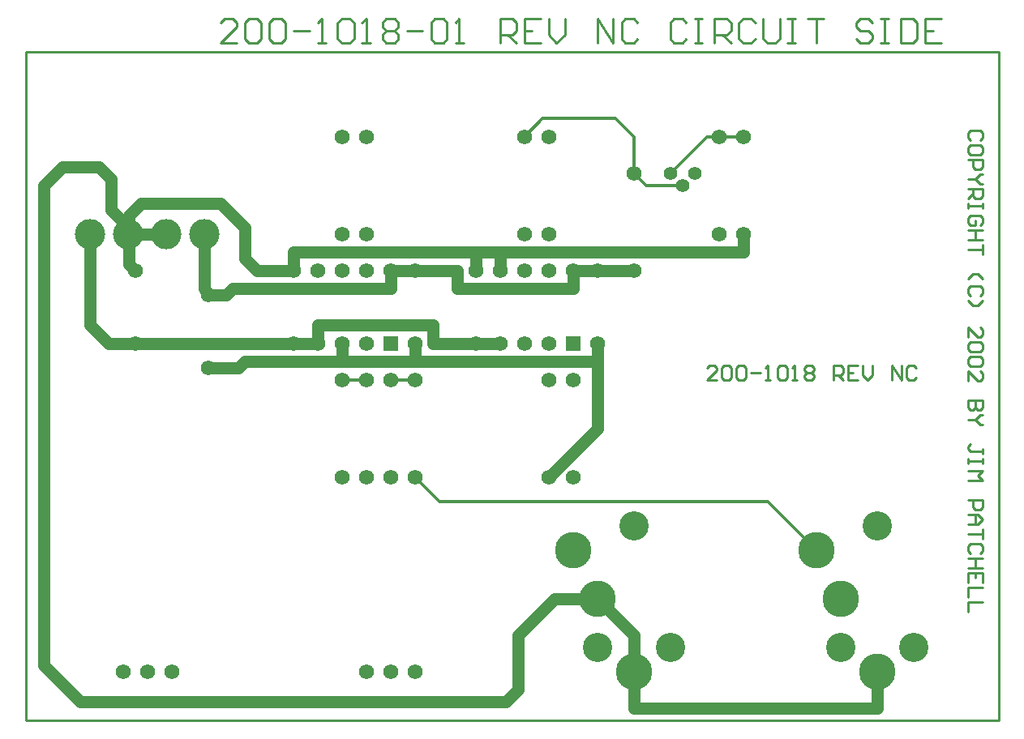
<source format=gbl>
*%FSLAX23Y23*%
*%MOIN*%
G01*
%ADD11C,0.006*%
%ADD12C,0.007*%
%ADD13C,0.008*%
%ADD14C,0.010*%
%ADD15C,0.012*%
%ADD16C,0.032*%
%ADD17C,0.036*%
%ADD18C,0.050*%
%ADD19C,0.052*%
%ADD20C,0.055*%
%ADD21C,0.056*%
%ADD22C,0.060*%
%ADD23C,0.061*%
%ADD24C,0.062*%
%ADD25C,0.068*%
%ADD26C,0.070*%
%ADD27C,0.080*%
%ADD28C,0.090*%
%ADD29C,0.095*%
%ADD30C,0.115*%
%ADD31C,0.120*%
%ADD32C,0.125*%
%ADD33C,0.126*%
%ADD34C,0.131*%
%ADD35C,0.150*%
%ADD36C,0.156*%
%ADD37R,0.062X0.062*%
%ADD38R,0.068X0.068*%
D14*
X9108Y9271D02*
X9041D01*
X9108Y9338D01*
Y9354D01*
X9091Y9371D01*
X9058D01*
X9041Y9354D01*
X9141D02*
X9158Y9371D01*
X9191D01*
X9208Y9354D01*
Y9288D01*
X9191Y9271D01*
X9158D01*
X9141Y9288D01*
Y9354D01*
X9241D02*
X9258Y9371D01*
X9291D01*
X9308Y9354D01*
Y9288D01*
X9291Y9271D01*
X9258D01*
X9241Y9288D01*
Y9354D01*
X9341Y9321D02*
X9408D01*
X9441Y9271D02*
X9475D01*
X9458D01*
Y9371D01*
X9457D01*
X9458D02*
X9441Y9354D01*
X9524D02*
X9541Y9371D01*
X9574D01*
X9591Y9354D01*
Y9288D01*
X9574Y9271D01*
X9541D01*
X9524Y9288D01*
Y9354D01*
X9624Y9271D02*
X9658D01*
X9641D01*
Y9371D01*
X9640D01*
X9641D02*
X9624Y9354D01*
X9708D02*
X9724Y9371D01*
X9758D01*
X9774Y9354D01*
Y9338D01*
X9758Y9321D01*
X9774Y9304D01*
Y9288D01*
X9758Y9271D01*
X9724D01*
X9708Y9288D01*
Y9304D01*
X9724Y9321D01*
X9708Y9338D01*
Y9354D01*
X9724Y9321D02*
X9758D01*
X9808D02*
X9874D01*
X9908Y9354D02*
X9924Y9371D01*
X9958D01*
X9974Y9354D01*
Y9288D01*
X9958Y9271D01*
X9924D01*
X9908Y9288D01*
Y9354D01*
X10008Y9271D02*
X10041D01*
X10024D01*
Y9371D01*
X10023D01*
X10024D02*
X10008Y9354D01*
X10191Y9371D02*
Y9271D01*
Y9371D02*
X10241D01*
X10258Y9354D01*
Y9321D01*
X10241Y9304D01*
X10191D01*
X10224D02*
X10258Y9271D01*
X10291Y9371D02*
X10358D01*
X10291D02*
Y9271D01*
X10358D01*
X10324Y9321D02*
X10291D01*
X10391Y9304D02*
Y9371D01*
Y9304D02*
X10424Y9271D01*
X10458Y9304D01*
Y9371D01*
X10591D02*
Y9271D01*
X10657D02*
X10591Y9371D01*
X10657D02*
Y9271D01*
X10757Y9354D02*
X10741Y9371D01*
X10707D01*
X10691Y9354D01*
Y9288D01*
X10707Y9271D01*
X10741D01*
X10757Y9288D01*
X10941Y9371D02*
X10957Y9354D01*
X10941Y9371D02*
X10907D01*
X10891Y9354D01*
Y9288D01*
X10907Y9271D01*
X10941D01*
X10957Y9288D01*
X10991Y9371D02*
X11024D01*
X11007D01*
Y9271D01*
X10991D01*
X11024D01*
X11074D02*
Y9371D01*
X11124D01*
X11141Y9354D01*
Y9321D01*
X11124Y9304D01*
X11074D01*
X11107D02*
X11141Y9271D01*
X11241Y9354D02*
X11224Y9371D01*
X11191D01*
X11174Y9354D01*
Y9288D01*
X11191Y9271D01*
X11224D01*
X11241Y9288D01*
X11274D02*
Y9371D01*
Y9288D02*
X11291Y9271D01*
X11324D01*
X11341Y9288D01*
Y9371D01*
X11374D02*
X11407D01*
X11391D01*
Y9271D01*
X11374D01*
X11407D01*
X11457Y9371D02*
X11524D01*
X11491D01*
Y9271D01*
X11707Y9371D02*
X11724Y9354D01*
X11707Y9371D02*
X11674D01*
X11657Y9354D01*
Y9338D01*
X11674Y9321D01*
X11707D01*
X11724Y9304D01*
Y9288D01*
X11707Y9271D01*
X11674D01*
X11657Y9288D01*
X11757Y9371D02*
X11790D01*
X11774D01*
Y9271D01*
X11757D01*
X11790D01*
X11840D02*
Y9371D01*
Y9271D02*
X11890D01*
X11907Y9288D01*
Y9354D01*
X11890Y9371D01*
X11840D01*
X11940D02*
X12007D01*
X11940D02*
Y9271D01*
X12007D01*
X11974Y9321D02*
X11940D01*
X11081Y7886D02*
X11041D01*
X11081Y7926D01*
Y7936D01*
X11071Y7946D01*
X11051D01*
X11041Y7936D01*
X11101D02*
X11111Y7946D01*
X11131D01*
X11141Y7936D01*
Y7896D01*
X11131Y7886D01*
X11111D01*
X11101Y7896D01*
Y7936D01*
X11161D02*
X11171Y7946D01*
X11191D01*
X11201Y7936D01*
Y7896D01*
X11191Y7886D01*
X11171D01*
X11161Y7896D01*
Y7936D01*
X11221Y7916D02*
X11261D01*
X11281Y7886D02*
X11301D01*
X11291D01*
Y7946D01*
X11290D01*
X11291D02*
X11281Y7936D01*
X11331D02*
X11341Y7946D01*
X11361D01*
X11371Y7936D01*
Y7896D01*
X11361Y7886D01*
X11341D01*
X11331Y7896D01*
Y7936D01*
X11391Y7886D02*
X11411D01*
X11401D01*
Y7946D01*
X11400D01*
X11401D02*
X11391Y7936D01*
X11441D02*
X11451Y7946D01*
X11471D01*
X11481Y7936D01*
Y7926D01*
X11471Y7916D01*
X11481Y7906D01*
Y7896D01*
X11471Y7886D01*
X11451D01*
X11441Y7896D01*
Y7906D01*
X11451Y7916D01*
X11441Y7926D01*
Y7936D01*
X11451Y7916D02*
X11471D01*
X11561Y7886D02*
Y7946D01*
X11591D01*
X11601Y7936D01*
Y7916D01*
X11591Y7906D01*
X11561D01*
X11581D02*
X11601Y7886D01*
X11621Y7946D02*
X11661D01*
X11621D02*
Y7886D01*
X11661D01*
X11641Y7916D02*
X11621D01*
X11681Y7906D02*
Y7946D01*
Y7906D02*
X11701Y7886D01*
X11721Y7906D01*
Y7946D01*
X11801D02*
Y7886D01*
X11841D02*
X11801Y7946D01*
X11841D02*
Y7886D01*
X11901Y7936D02*
X11891Y7946D01*
X11871D01*
X11861Y7936D01*
Y7896D01*
X11871Y7886D01*
X11891D01*
X11901Y7896D01*
X12166Y8871D02*
X12176Y8881D01*
Y8901D01*
X12166Y8911D01*
X12126D01*
X12116Y8901D01*
Y8881D01*
X12126Y8871D01*
X12176Y8841D02*
Y8821D01*
Y8841D02*
X12166Y8851D01*
X12126D01*
X12116Y8841D01*
Y8821D01*
X12126Y8811D01*
X12166D01*
X12176Y8821D01*
Y8791D02*
X12116D01*
X12176D02*
Y8761D01*
X12166Y8751D01*
X12146D01*
X12136Y8761D01*
Y8791D01*
X12166Y8731D02*
X12176D01*
X12166D02*
X12146Y8711D01*
X12166Y8691D01*
X12176D01*
X12146Y8711D02*
X12116D01*
Y8671D02*
X12176D01*
Y8641D01*
X12166Y8631D01*
X12146D01*
X12136Y8641D01*
Y8671D01*
Y8651D02*
X12116Y8631D01*
X12176Y8611D02*
Y8591D01*
Y8601D01*
X12116D01*
Y8611D01*
Y8591D01*
X12176Y8531D02*
X12166Y8521D01*
X12176Y8531D02*
Y8551D01*
X12166Y8561D01*
X12126D01*
X12116Y8551D01*
Y8531D01*
X12126Y8521D01*
X12146D01*
Y8541D01*
X12176Y8501D02*
X12116D01*
X12146D01*
Y8461D01*
X12176D01*
X12116D01*
X12176Y8441D02*
Y8401D01*
Y8421D01*
X12116D01*
X12136Y8321D02*
X12116Y8301D01*
X12136Y8321D02*
X12156D01*
X12176Y8301D01*
Y8241D02*
X12166Y8231D01*
X12176Y8241D02*
Y8261D01*
X12166Y8271D01*
X12126D01*
X12116Y8261D01*
Y8241D01*
X12126Y8231D01*
X12116Y8211D02*
X12136Y8191D01*
X12156D01*
X12176Y8211D01*
X12116Y8101D02*
Y8061D01*
Y8101D02*
X12156Y8061D01*
X12166D01*
X12176Y8071D01*
Y8091D01*
X12166Y8101D01*
Y8041D02*
X12176Y8031D01*
Y8011D01*
X12166Y8001D01*
X12126D01*
X12116Y8011D01*
Y8031D01*
X12126Y8041D01*
X12166D01*
Y7981D02*
X12176Y7971D01*
Y7951D01*
X12166Y7941D01*
X12126D01*
X12116Y7951D01*
Y7971D01*
X12126Y7981D01*
X12166D01*
X12116Y7921D02*
Y7881D01*
Y7921D02*
X12156Y7881D01*
X12166D01*
X12176Y7891D01*
Y7911D01*
X12166Y7921D01*
X12176Y7801D02*
X12116D01*
Y7771D01*
X12126Y7761D01*
X12136D01*
X12146Y7771D01*
Y7801D01*
X12145D01*
X12146D02*
X12145D01*
X12146D02*
X12145D01*
X12146D02*
Y7771D01*
X12156Y7761D01*
X12166D01*
X12176Y7771D01*
Y7801D01*
Y7741D02*
X12166D01*
X12146Y7721D01*
X12166Y7701D01*
X12176D01*
X12146Y7721D02*
X12116D01*
X12176Y7601D02*
Y7581D01*
Y7591D02*
Y7601D01*
Y7591D02*
X12126D01*
X12116Y7601D01*
Y7611D01*
X12126Y7621D01*
X12176Y7561D02*
Y7541D01*
Y7551D01*
X12116D01*
Y7561D01*
Y7541D01*
Y7511D02*
X12176D01*
X12156Y7491D01*
X12176Y7471D01*
X12116D01*
Y7391D02*
X12176D01*
Y7362D01*
X12166Y7352D01*
X12146D01*
X12136Y7362D01*
Y7391D01*
X12116Y7332D02*
X12156D01*
X12176Y7312D01*
X12156Y7292D01*
X12116D01*
X12146D01*
Y7332D01*
X12176Y7272D02*
Y7232D01*
Y7252D01*
X12116D01*
X12176Y7182D02*
X12166Y7172D01*
X12176Y7182D02*
Y7202D01*
X12166Y7212D01*
X12126D01*
X12116Y7202D01*
Y7182D01*
X12126Y7172D01*
X12116Y7152D02*
X12176D01*
X12146D02*
X12116D01*
X12146D02*
Y7112D01*
X12176D01*
X12116D01*
X12176Y7092D02*
Y7052D01*
Y7092D02*
X12116D01*
Y7052D01*
X12146Y7072D02*
Y7092D01*
X12176Y7032D02*
X12116D01*
Y6992D01*
Y6972D02*
X12176D01*
X12116D02*
Y6932D01*
X12241Y9236D02*
X8241D01*
Y6486D02*
X12241D01*
Y9236D01*
X8241D02*
Y6486D01*
D15*
X10891Y8736D02*
X11041Y8886D01*
X11291Y7386D02*
X11491Y7186D01*
X11291Y7386D02*
X9941D01*
X9641Y7886D02*
X9541D01*
X9741D02*
X9841D01*
X10741Y8736D02*
Y8886D01*
X10666Y8961D01*
X10741Y8736D02*
X10791Y8686D01*
X10366Y8961D02*
X10291Y8886D01*
X10791Y8686D02*
X10941D01*
X9841Y7486D02*
X9941Y7386D01*
X10366Y8961D02*
X10491D01*
X10666D01*
X11041Y8886D02*
X11091D01*
X11191D01*
D18*
X8991Y8236D02*
X8975Y8261D01*
X8663Y8486D02*
X8666Y8511D01*
X9066Y8236D02*
X9091Y8261D01*
X9141Y7961D02*
X9116Y7936D01*
X8666Y8561D02*
X8716Y8611D01*
X10391Y7486D02*
X10591Y7686D01*
X10416Y6986D02*
X10266Y6836D01*
Y6611D02*
X10216Y6561D01*
X8316Y8686D02*
X8391Y8761D01*
X8507Y8111D02*
X8582Y8036D01*
X8691Y8336D02*
X8666Y8361D01*
X9141Y8386D02*
X9191Y8336D01*
X9141Y8511D02*
X9041Y8611D01*
X8316Y6711D02*
X8466Y6561D01*
X8591Y8711D02*
X8541Y8761D01*
X8591Y8586D02*
X8666Y8511D01*
X10591Y6986D02*
X10741Y6836D01*
Y6536D02*
X11741D01*
X10216Y6561D02*
X8466D01*
X10416Y6986D02*
X10591D01*
X11741Y6686D02*
Y6536D01*
X11191Y8411D02*
Y8486D01*
X10591Y7961D02*
X9841D01*
X9541D01*
X9141D01*
X9116Y7936D02*
X8991D01*
X10741Y6686D02*
Y6536D01*
Y6686D02*
Y6836D01*
X8691Y8036D02*
X8582D01*
X8691D02*
X9341D01*
X9441Y8111D02*
X9916D01*
X9441Y8036D02*
X9341D01*
X10091D02*
X10191D01*
X10091D02*
X9916D01*
X10591D02*
Y7961D01*
Y8036D02*
Y7686D01*
X9741Y8261D02*
X9091D01*
X9066Y8236D02*
X8991D01*
X10016Y8261D02*
X10491D01*
X9841Y8336D02*
X9741D01*
X9841D02*
X10016D01*
X10591D02*
X10741D01*
X10591D02*
X10491D01*
X10191Y8411D02*
X11191D01*
X10191D02*
X10091D01*
X9341D01*
Y8336D02*
X9191D01*
X10491D02*
Y8261D01*
X9041Y8611D02*
X8716D01*
X8666Y8486D02*
X8663D01*
X8666D02*
X8819D01*
X10191Y8411D02*
Y8336D01*
X10266Y6836D02*
Y6611D01*
X8541Y8761D02*
X8391D01*
X9916Y8111D02*
Y8036D01*
X10016Y8261D02*
Y8336D01*
X10091D02*
Y8411D01*
X9741Y8336D02*
Y8261D01*
X9841Y8036D02*
Y7961D01*
X9541D02*
Y8036D01*
X9441D02*
Y8111D01*
X9341Y8336D02*
Y8411D01*
X9141Y8386D02*
Y8511D01*
X8975Y8486D02*
Y8261D01*
X8591Y8586D02*
Y8711D01*
X8666Y8486D02*
Y8361D01*
Y8486D02*
Y8561D01*
X8507Y8486D02*
Y8111D01*
X8316Y8686D02*
Y6711D01*
D20*
X10991Y8736D02*
D03*
X10941Y8686D02*
D03*
X10891Y8736D02*
D03*
D24*
X9641Y8486D02*
D03*
Y8886D02*
D03*
X9541Y8486D02*
D03*
Y8886D02*
D03*
X8691Y8336D02*
D03*
Y8036D02*
D03*
X8991Y7936D02*
D03*
Y8236D02*
D03*
X9341Y8336D02*
D03*
Y8036D02*
D03*
X10091Y8336D02*
D03*
Y8036D02*
D03*
X9741Y8336D02*
D03*
X9641D02*
D03*
X9541D02*
D03*
X9441D02*
D03*
Y8036D02*
D03*
X9541D02*
D03*
X9641D02*
D03*
Y7886D02*
D03*
Y7486D02*
D03*
X9741Y7886D02*
D03*
Y7486D02*
D03*
X9541Y7886D02*
D03*
Y7486D02*
D03*
X9841D02*
D03*
Y7886D02*
D03*
Y8036D02*
D03*
Y8336D02*
D03*
X9741Y6686D02*
D03*
X9841D02*
D03*
X9641D02*
D03*
X8741D02*
D03*
X8841D02*
D03*
X8641D02*
D03*
X11191Y8486D02*
D03*
Y8886D02*
D03*
X10391Y8486D02*
D03*
Y8886D02*
D03*
X10291Y8486D02*
D03*
Y8886D02*
D03*
X11091D02*
D03*
Y8486D02*
D03*
X10491Y8336D02*
D03*
X10391D02*
D03*
X10291D02*
D03*
X10191D02*
D03*
Y8036D02*
D03*
X10291D02*
D03*
X10391D02*
D03*
Y7486D02*
D03*
Y7886D02*
D03*
X10591Y8036D02*
D03*
Y8336D02*
D03*
X10491Y7886D02*
D03*
Y7486D02*
D03*
X10741Y8736D02*
D03*
Y8336D02*
D03*
D31*
Y7286D02*
D03*
X10591Y6786D02*
D03*
X10891D02*
D03*
X11741Y7286D02*
D03*
X11591Y6786D02*
D03*
X11891D02*
D03*
D32*
X8819Y8486D02*
D03*
X8507D02*
D03*
X8975D02*
D03*
X8663D02*
D03*
D35*
X10741Y6686D02*
D03*
X10591Y6986D02*
D03*
X10491Y7186D02*
D03*
X11741Y6686D02*
D03*
X11591Y6986D02*
D03*
X11491Y7186D02*
D03*
D37*
X9741Y8036D02*
D03*
X10491D02*
D03*
M02*

</source>
